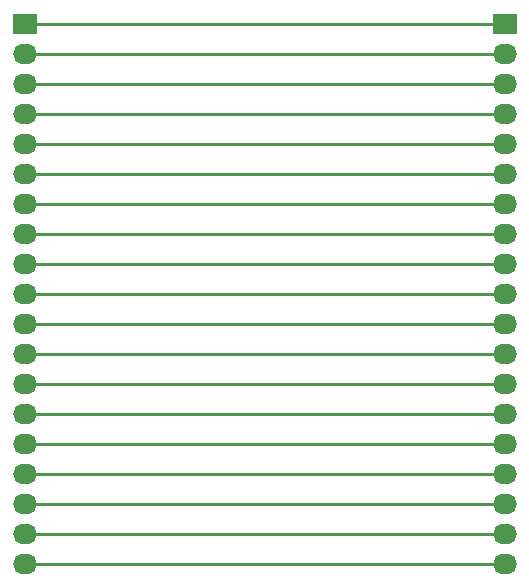
<source format=gbr>
G04 #@! TF.FileFunction,Copper,L2,Bot,Signal*
%FSLAX46Y46*%
G04 Gerber Fmt 4.6, Leading zero omitted, Abs format (unit mm)*
G04 Created by KiCad (PCBNEW 4.0.3+e1-6302~38~ubuntu16.04.1-stable) date Tue Aug 16 18:58:03 2016*
%MOMM*%
%LPD*%
G01*
G04 APERTURE LIST*
%ADD10C,0.100000*%
%ADD11R,2.032000X1.727200*%
%ADD12O,2.032000X1.727200*%
%ADD13C,0.250000*%
G04 APERTURE END LIST*
D10*
D11*
X107950000Y-105410000D03*
D12*
X107950000Y-107950000D03*
X107950000Y-110490000D03*
X107950000Y-113030000D03*
X107950000Y-115570000D03*
X107950000Y-118110000D03*
X107950000Y-120650000D03*
X107950000Y-123190000D03*
X107950000Y-125730000D03*
X107950000Y-128270000D03*
X107950000Y-130810000D03*
X107950000Y-133350000D03*
X107950000Y-135890000D03*
X107950000Y-138430000D03*
X107950000Y-140970000D03*
X107950000Y-143510000D03*
X107950000Y-146050000D03*
X107950000Y-148590000D03*
X107950000Y-151130000D03*
D11*
X148590000Y-105410000D03*
D12*
X148590000Y-107950000D03*
X148590000Y-110490000D03*
X148590000Y-113030000D03*
X148590000Y-115570000D03*
X148590000Y-118110000D03*
X148590000Y-120650000D03*
X148590000Y-123190000D03*
X148590000Y-125730000D03*
X148590000Y-128270000D03*
X148590000Y-130810000D03*
X148590000Y-133350000D03*
X148590000Y-135890000D03*
X148590000Y-138430000D03*
X148590000Y-140970000D03*
X148590000Y-143510000D03*
X148590000Y-146050000D03*
X148590000Y-148590000D03*
X148590000Y-151130000D03*
D13*
X107950000Y-107950000D02*
X148590000Y-107950000D01*
X107950000Y-110490000D02*
X148590000Y-110490000D01*
X107950000Y-113030000D02*
X148590000Y-113030000D01*
X107950000Y-115570000D02*
X148590000Y-115570000D01*
X107950000Y-118110000D02*
X148590000Y-118110000D01*
X107950000Y-120650000D02*
X148590000Y-120650000D01*
X107950000Y-123190000D02*
X148590000Y-123190000D01*
X107950000Y-125730000D02*
X148590000Y-125730000D01*
X107950000Y-128270000D02*
X148590000Y-128270000D01*
X107950000Y-130810000D02*
X148590000Y-130810000D01*
X107950000Y-133350000D02*
X148590000Y-133350000D01*
X107950000Y-135890000D02*
X148590000Y-135890000D01*
X107950000Y-138430000D02*
X148590000Y-138430000D01*
X107950000Y-140970000D02*
X148590000Y-140970000D01*
X107950000Y-143510000D02*
X148590000Y-143510000D01*
X107950000Y-146050000D02*
X148590000Y-146050000D01*
X107950000Y-148590000D02*
X148590000Y-148590000D01*
X107950000Y-151130000D02*
X148590000Y-151130000D01*
X107950000Y-105410000D02*
X148590000Y-105410000D01*
M02*

</source>
